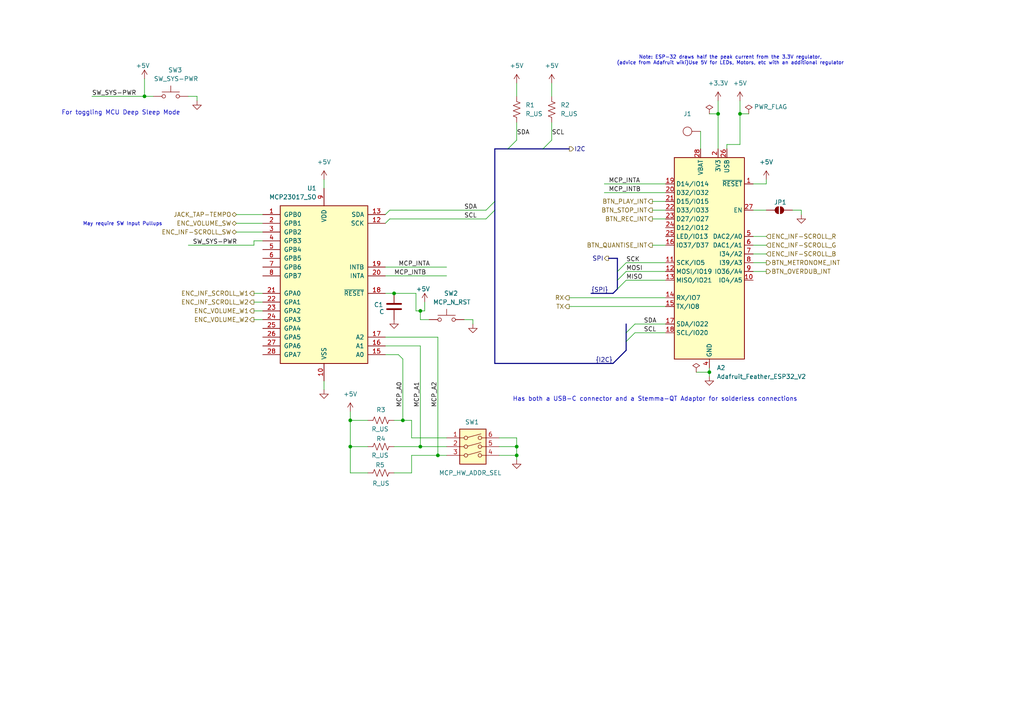
<source format=kicad_sch>
(kicad_sch (version 20250114) (generator "eeschema") (generator_version "9.0")
  (paper "A4")
  (lib_symbols
    (symbol "4ms_Connector:CAPSENSE_PAD" (pin_numbers (hide yes)) (pin_names (hide yes))
      (property "Reference" "J" (at -1.27 2.54 0))
      (symbol "CAPSENSE_PAD_0_1"
        (circle (center 0 0) (radius 1.27))
      )
      (symbol "CAPSENSE_PAD_1_1"
        (pin passive line (at -3.81 0 0) (length 2.54) (name "CS") (number "1"))
      )
    )
    (symbol "4ms_Power-symbol:+3.3V" (power) (pin_names (offset 0))
      (property "Value" "+3.3V" (at 0 3.556 0))
      (symbol "+3.3V_0_1"
        (polyline (pts (xy -0.762 1.27) (xy 0 2.54)))
        (polyline (pts (xy 0 2.54) (xy 0.762 1.27)))
        (polyline (pts (xy 0 0) (xy 0 2.54)))
      )
      (symbol "+3.3V_1_1"
        (pin power_in line (at 0 0 90) (length 0) (hide yes) (name "+3V3") (number "1"))
      )
    )
    (symbol "4ms_Power-symbol:+5V" (power) (pin_names (offset 0))
      (property "Value" "+5V" (at 0 3.556 0))
      (symbol "+5V_0_1"
        (polyline (pts (xy -0.762 1.27) (xy 0 2.54)))
        (polyline (pts (xy 0 2.54) (xy 0.762 1.27)))
        (polyline (pts (xy 0 0) (xy 0 2.54)))
      )
      (symbol "+5V_1_1"
        (pin power_in line (at 0 0 90) (length 0) (hide yes) (name "+5V") (number "1"))
      )
    )
    (symbol "4ms_Power-symbol:GND" (power) (pin_names (offset 0))
      (property "Value" "GND" (at 0 -3.81 0))
      (symbol "GND_0_1"
        (polyline (pts (xy 0 0) (xy 0 -1.27) (xy 1.27 -1.27) (xy 0 -2.54) (xy -1.27 -1.27) (xy 0 -1.27)))
      )
      (symbol "GND_1_1"
        (pin power_in line (at 0 0 270) (length 0) (hide yes) (name "GND") (number "1"))
      )
    )
    (symbol "4ms_Switch:SW_DIP_x03_CTS_219-3MST" (pin_names (offset 0) (hide yes))
      (property "Reference" "SW" (at 0 8.89 0))
      (property "Value" "SW_DIP_x03_CTS_219-3MST" (at 0 -3.81 0))
      (symbol "SW_DIP_x03_CTS_219-3MST_0_0"
        (circle (center -2.032 5.08) (radius 0.508))
        (circle (center -2.032 2.54) (radius 0.508))
        (circle (center -2.032 0) (radius 0.508))
        (polyline (pts (xy -1.524 5.207) (xy 2.3622 6.2484)))
        (polyline (pts (xy -1.524 2.667) (xy 2.3622 3.7084)))
        (polyline (pts (xy -1.524 0.127) (xy 2.3622 1.1684)))
        (circle (center 2.032 5.08) (radius 0.508))
        (circle (center 2.032 2.54) (radius 0.508))
        (circle (center 2.032 0) (radius 0.508))
      )
      (symbol "SW_DIP_x03_CTS_219-3MST_0_1"
        (rectangle (start -3.81 7.62) (end 3.81 -2.54) (stroke (width 0.254)) (fill (type background)))
      )
      (symbol "SW_DIP_x03_CTS_219-3MST_1_1"
        (pin passive line (at -7.62 5.08 0) (length 5.08) (name "~") (number "1"))
        (pin passive line (at -7.62 2.54 0) (length 5.08) (name "~") (number "2"))
        (pin passive line (at -7.62 0 0) (length 5.08) (name "~") (number "3"))
        (pin passive line (at 7.62 5.08 180) (length 5.08) (name "~") (number "6"))
        (pin passive line (at 7.62 2.54 180) (length 5.08) (name "~") (number "5"))
        (pin passive line (at 7.62 0 180) (length 5.08) (name "~") (number "4"))
      )
    )
    (symbol "Adafruit_Feather_ESP32_V2:Adafruit_Feather_ESP32_V2"
      (property "Reference" "A" (at -10.16 29.21 0))
      (property "Value" "Adafruit_Feather_ESP32_V2" (at 2.54 -31.75 0))
      (symbol "Adafruit_Feather_ESP32_V2_0_1"
        (rectangle (start -10.16 27.94) (end 10.16 -30.48) (stroke (width 0.254)) (fill (type background)))
      )
      (symbol "Adafruit_Feather_ESP32_V2_1_1"
        (pin bidirectional line (at -12.7 20.32 0) (length 2.54) (name "D14/IO14") (number "19"))
        (pin bidirectional line (at -12.7 17.78 0) (length 2.54) (name "D32/IO32") (number "20"))
        (pin bidirectional line (at -12.7 15.24 0) (length 2.54) (name "D15/IO15") (number "21"))
        (pin bidirectional line (at -12.7 12.7 0) (length 2.54) (name "D33/IO33") (number "22"))
        (pin bidirectional line (at -12.7 10.16 0) (length 2.54) (name "D27/IO27") (number "23"))
        (pin bidirectional line (at -12.7 7.62 0) (length 2.54) (name "D12/IO12") (number "24"))
        (pin bidirectional line (at -12.7 5.08 0) (length 2.54) (name "LED/IO13") (number "25"))
        (pin bidirectional line (at -12.7 2.54 0) (length 2.54) (name "IO37/D37") (number "16"))
        (pin bidirectional line (at -12.7 -2.54 0) (length 2.54) (name "SCK/IO5") (number "11"))
        (pin bidirectional line (at -12.7 -5.08 0) (length 2.54) (name "MOSI/IO19") (number "12"))
        (pin bidirectional line (at -12.7 -7.62 0) (length 2.54) (name "MISO/IO21") (number "13"))
        (pin bidirectional line (at -12.7 -12.7 0) (length 2.54) (name "RX/IO7") (number "14"))
        (pin bidirectional line (at -12.7 -15.24 0) (length 2.54) (name "TX/IO8") (number "15"))
        (pin bidirectional line (at -12.7 -20.32 0) (length 2.54) (name "SDA/IO22") (number "17"))
        (pin bidirectional line (at -12.7 -22.86 0) (length 2.54) (name "SCL/IO20") (number "18"))
        (pin power_in line (at -2.54 30.48 270) (length 2.54) (name "VBAT") (number "28"))
        (pin power_in line (at 0 -33.02 90) (length 2.54) (name "GND") (number "4"))
        (pin power_in line (at 2.54 30.48 270) (length 2.54) (name "3V3") (number "2"))
        (pin power_in line (at 5.08 30.48 270) (length 2.54) (name "USB") (number "26"))
        (pin no_connect line (at 10.16 10.16 180) (length 2.54) (hide yes) (name "NC") (number "3"))
        (pin input line (at 12.7 20.32 180) (length 2.54) (name "~{RESET}") (number "1"))
        (pin input line (at 12.7 12.7 180) (length 2.54) (name "EN") (number "27"))
        (pin bidirectional line (at 12.7 5.08 180) (length 2.54) (name "DAC2/A0") (number "5"))
        (pin bidirectional line (at 12.7 2.54 180) (length 2.54) (name "DAC1/A1") (number "6"))
        (pin bidirectional line (at 12.7 0 180) (length 2.54) (name "I34/A2") (number "7"))
        (pin bidirectional line (at 12.7 -2.54 180) (length 2.54) (name "I39/A3") (number "8"))
        (pin bidirectional line (at 12.7 -5.08 180) (length 2.54) (name "IO36/A4") (number "9"))
        (pin bidirectional line (at 12.7 -7.62 180) (length 2.54) (name "IO4/A5") (number "10"))
      )
    )
    (symbol "Device:C" (pin_numbers (hide yes)) (pin_names (offset 0.254))
      (property "Reference" "C" (at 0.635 2.54 0))
      (property "Value" "C" (at 0.635 -2.54 0))
      (symbol "C_0_1"
        (polyline (pts (xy -2.032 0.762) (xy 2.032 0.762)) (stroke (width 0.508)))
        (polyline (pts (xy -2.032 -0.762) (xy 2.032 -0.762)) (stroke (width 0.508)))
      )
      (symbol "C_1_1"
        (pin passive line (at 0 3.81 270) (length 2.794) (name "~") (number "1"))
        (pin passive line (at 0 -3.81 90) (length 2.794) (name "~") (number "2"))
      )
    )
    (symbol "Device:R_US" (pin_numbers (hide yes)) (pin_names (offset 0))
      (property "Reference" "R" (at 2.54 0 90))
      (property "Value" "R_US" (at -2.54 0 90))
      (symbol "R_US_0_1"
        (polyline (pts (xy 0 2.286) (xy 0 2.54)))
        (polyline (pts (xy 0 2.286) (xy 1.016 1.905) (xy 0 1.524) (xy -1.016 1.143) (xy 0 0.762)))
        (polyline (pts (xy 0 0.762) (xy 1.016 0.381) (xy 0 0) (xy -1.016 -0.381) (xy 0 -0.762)))
        (polyline (pts (xy 0 -0.762) (xy 1.016 -1.143) (xy 0 -1.524) (xy -1.016 -1.905) (xy 0 -2.286)))
        (polyline (pts (xy 0 -2.286) (xy 0 -2.54)))
      )
      (symbol "R_US_1_1"
        (pin passive line (at 0 3.81 270) (length 1.27) (name "~") (number "1"))
        (pin passive line (at 0 -3.81 90) (length 1.27) (name "~") (number "2"))
      )
    )
    (symbol "Interface_Expansion:MCP23017_SO" (pin_names (offset 1.016))
      (property "Reference" "U" (at -11.43 24.13 0))
      (property "Value" "MCP23017_SO" (at 0 0 0))
      (symbol "MCP23017_SO_0_1"
        (rectangle (start -12.7 22.86) (end 12.7 -22.86) (stroke (width 0.254)) (fill (type background)))
      )
      (symbol "MCP23017_SO_1_1"
        (pin bidirectional line (at -17.78 20.32 0) (length 5.08) (name "SDA") (number "13"))
        (pin input line (at -17.78 17.78 0) (length 5.08) (name "SCK") (number "12"))
        (pin tri_state line (at -17.78 5.08 0) (length 5.08) (name "INTB") (number "19"))
        (pin tri_state line (at -17.78 2.54 0) (length 5.08) (name "INTA") (number "20"))
        (pin input line (at -17.78 -2.54 0) (length 5.08) (name "~{RESET}") (number "18"))
        (pin input line (at -17.78 -15.24 0) (length 5.08) (name "A2") (number "17"))
        (pin input line (at -17.78 -17.78 0) (length 5.08) (name "A1") (number "16"))
        (pin input line (at -17.78 -20.32 0) (length 5.08) (name "A0") (number "15"))
        (pin no_connect line (at -12.7 15.24 0) (length 5.08) (hide yes) (name "NC") (number "11"))
        (pin no_connect line (at -12.7 12.7 0) (length 5.08) (hide yes) (name "NC") (number "14"))
        (pin power_in line (at 0 27.94 270) (length 5.08) (name "VDD") (number "9"))
        (pin power_in line (at 0 -27.94 90) (length 5.08) (name "VSS") (number "10"))
        (pin bidirectional line (at 17.78 20.32 180) (length 5.08) (name "GPB0") (number "1"))
        (pin bidirectional line (at 17.78 17.78 180) (length 5.08) (name "GPB1") (number "2"))
        (pin bidirectional line (at 17.78 15.24 180) (length 5.08) (name "GPB2") (number "3"))
        (pin bidirectional line (at 17.78 12.7 180) (length 5.08) (name "GPB3") (number "4"))
        (pin bidirectional line (at 17.78 10.16 180) (length 5.08) (name "GPB4") (number "5"))
        (pin bidirectional line (at 17.78 7.62 180) (length 5.08) (name "GPB5") (number "6"))
        (pin bidirectional line (at 17.78 5.08 180) (length 5.08) (name "GPB6") (number "7"))
        (pin output line (at 17.78 2.54 180) (length 5.08) (name "GPB7") (number "8"))
        (pin bidirectional line (at 17.78 -2.54 180) (length 5.08) (name "GPA0") (number "21"))
        (pin bidirectional line (at 17.78 -5.08 180) (length 5.08) (name "GPA1") (number "22"))
        (pin bidirectional line (at 17.78 -7.62 180) (length 5.08) (name "GPA2") (number "23"))
        (pin bidirectional line (at 17.78 -10.16 180) (length 5.08) (name "GPA3") (number "24"))
        (pin bidirectional line (at 17.78 -12.7 180) (length 5.08) (name "GPA4") (number "25"))
        (pin bidirectional line (at 17.78 -15.24 180) (length 5.08) (name "GPA5") (number "26"))
        (pin bidirectional line (at 17.78 -17.78 180) (length 5.08) (name "GPA6") (number "27"))
        (pin output line (at 17.78 -20.32 180) (length 5.08) (name "GPA7") (number "28"))
      )
    )
    (symbol "Jumper:SolderJumper_2_Open" (pin_numbers (hide yes)) (pin_names (offset 0) (hide yes)) (exclude_from_sim yes) (in_bom no)
      (property "Reference" "JP" (at 0 2.032 0))
      (property "Value" "SolderJumper_2_Open" (at 0 -2.54 0))
      (symbol "SolderJumper_2_Open_0_1"
        (polyline (pts (xy -0.254 1.016) (xy -0.254 -1.016)))
        (arc (start -0.254 -1.016) (mid -1.2656 0) (end -0.254 1.016))
        (arc (start -0.254 -1.016) (mid -1.2656 0) (end -0.254 1.016) (fill (type outline)))
        (arc (start 0.254 1.016) (mid 1.2656 0) (end 0.254 -1.016))
        (arc (start 0.254 1.016) (mid 1.2656 0) (end 0.254 -1.016) (fill (type outline)))
        (polyline (pts (xy 0.254 1.016) (xy 0.254 -1.016)))
      )
      (symbol "SolderJumper_2_Open_1_1"
        (pin passive line (at -3.81 0 0) (length 2.54) (name "A") (number "1"))
        (pin passive line (at 3.81 0 180) (length 2.54) (name "B") (number "2"))
      )
    )
    (symbol "Switch:SW_Push" (pin_numbers (hide yes)) (pin_names (offset 1.016) (hide yes))
      (property "Reference" "SW" (at 1.27 2.54 0))
      (property "Value" "SW_Push" (at 0 -1.524 0))
      (symbol "SW_Push_0_1"
        (circle (center -2.032 0) (radius 0.508))
        (polyline (pts (xy 0 1.27) (xy 0 3.048)))
        (circle (center 2.032 0) (radius 0.508))
        (polyline (pts (xy 2.54 1.27) (xy -2.54 1.27)))
        (pin passive line (at -5.08 0 0) (length 2.54) (name "1") (number "1"))
        (pin passive line (at 5.08 0 180) (length 2.54) (name "2") (number "2"))
      )
    )
    (symbol "power:PWR_FLAG" (power) (pin_numbers (hide yes)) (pin_names (offset 0) (hide yes))
      (property "Value" "PWR_FLAG" (at 0 3.81 0))
      (symbol "PWR_FLAG_0_0"
        (pin power_out line (at 0 0 90) (length 0) (name "~") (number "1"))
      )
      (symbol "PWR_FLAG_0_1"
        (polyline (pts (xy 0 0) (xy 0 1.27) (xy -1.016 1.905) (xy 0 2.54) (xy 1.016 1.905) (xy 0 1.27)))
      )
    )
  )
  (bus_alias "I2C" (members "SDA" "SCL"))
  (bus_alias "SPI" (members "SCK" "MOSI" "MISO"))
  (text "For toggling MCU Deep Sleep Mode" (at 35.052 32.766 0) (effects (font (size 1.27 1.27))))
  (text "Has both a USB-C connector and a Stemma-QT Adaptor for solderless connections\n" (at 189.992 115.824 0) (effects (font (size 1.27 1.27))))
  (text "Note: ESP-32 draws half the peak current from the 3.3V regulator,\n(advice from Adafruit wiki)Use 5V for LEDs, Motors, etc with an additional regulator" (at 211.836 17.526 0) (effects (font (size 1.016 1.016))))
  (text "May require SW Input Pullups" (at 35.56 65.024 0) (effects (font (size 1.016 1.016))))
  (junction (at 41.91 27.94))
  (junction (at 121.92 90.17))
  (junction (at 127 132.08))
  (junction (at 116.84 121.92))
  (junction (at 101.6 121.92))
  (junction (at 114.3 85.09))
  (junction (at 205.74 107.95))
  (junction (at 208.28 33.02))
  (junction (at 149.86 129.54))
  (junction (at 214.63 33.02))
  (junction (at 121.92 129.54))
  (junction (at 149.86 132.08))
  (junction (at 101.6 129.54))
  (bus_entry (at 179.07 83.82) (size 2.54 -2.54))
  (bus_entry (at 179.07 78.74) (size 2.54 -2.54))
  (bus_entry (at 181.61 99.06) (size 2.54 -2.54))
  (bus_entry (at 143.51 58.42) (size -2.54 2.54))
  (bus_entry (at 157.48 43.18) (size 2.54 -2.54))
  (bus_entry (at 181.61 96.52) (size 2.54 -2.54))
  (bus_entry (at 179.07 81.28) (size 2.54 -2.54))
  (bus_entry (at 143.51 60.96) (size -2.54 2.54))
  (bus_entry (at 147.32 43.18) (size 2.54 -2.54))
  (wire (pts (xy 120.65 90.17) (xy 121.92 90.17)))
  (wire (pts (xy 134.62 92.71) (xy 137.16 92.71)))
  (wire (pts (xy 119.38 121.92) (xy 119.38 127)))
  (wire (pts (xy 181.61 76.2) (xy 193.04 76.2)))
  (wire (pts (xy 184.15 93.98) (xy 193.04 93.98)))
  (wire (pts (xy 26.67 27.94) (xy 41.91 27.94)))
  (wire (pts (xy 93.98 52.07) (xy 93.98 54.61)))
  (wire (pts (xy 54.61 27.94) (xy 57.15 27.94)))
  (bus (pts (xy 143.51 105.41) (xy 177.8 105.41)))
  (wire (pts (xy 149.86 24.13) (xy 149.86 27.94)))
  (bus (pts (xy 157.48 43.18) (xy 147.32 43.18)))
  (wire (pts (xy 214.63 33.02) (xy 217.17 33.02)))
  (wire (pts (xy 113.03 63.5) (xy 111.76 64.77)))
  (wire (pts (xy 114.3 85.09) (xy 111.76 85.09)))
  (wire (pts (xy 73.66 87.63) (xy 76.2 87.63)))
  (wire (pts (xy 101.6 121.92) (xy 101.6 129.54)))
  (wire (pts (xy 111.76 102.87) (xy 115.57 102.87)))
  (wire (pts (xy 189.23 58.42) (xy 193.04 58.42)))
  (bus (pts (xy 143.51 60.96) (xy 143.51 105.41)))
  (bus (pts (xy 181.61 96.52) (xy 181.61 99.06)))
  (bus (pts (xy 147.32 43.18) (xy 143.51 43.18)))
  (wire (pts (xy 121.92 100.33) (xy 121.92 129.54)))
  (wire (pts (xy 73.66 90.17) (xy 76.2 90.17)))
  (bus (pts (xy 143.51 43.18) (xy 143.51 58.42)))
  (wire (pts (xy 229.87 60.96) (xy 232.41 60.96)))
  (wire (pts (xy 144.78 127) (xy 149.86 127)))
  (wire (pts (xy 123.19 90.17) (xy 123.19 87.63)))
  (wire (pts (xy 218.44 78.74) (xy 222.25 78.74)))
  (wire (pts (xy 120.65 85.09) (xy 114.3 85.09)))
  (bus (pts (xy 143.51 58.42) (xy 143.51 60.96)))
  (wire (pts (xy 160.02 35.56) (xy 160.02 40.64)))
  (wire (pts (xy 205.74 107.95) (xy 205.74 109.22)))
  (wire (pts (xy 218.44 76.2) (xy 222.25 76.2)))
  (wire (pts (xy 144.78 129.54) (xy 149.86 129.54)))
  (wire (pts (xy 114.3 137.16) (xy 119.38 137.16)))
  (bus (pts (xy 177.8 85.09) (xy 171.45 85.09)))
  (wire (pts (xy 184.15 96.52) (xy 193.04 96.52)))
  (wire (pts (xy 54.61 71.12) (xy 73.66 71.12)))
  (wire (pts (xy 73.66 71.12) (xy 73.66 69.85)))
  (wire (pts (xy 189.23 63.5) (xy 193.04 63.5)))
  (wire (pts (xy 218.44 71.12) (xy 222.25 71.12)))
  (wire (pts (xy 218.44 68.58) (xy 222.25 68.58)))
  (wire (pts (xy 232.41 60.96) (xy 232.41 62.23)))
  (wire (pts (xy 121.92 92.71) (xy 124.46 92.71)))
  (wire (pts (xy 68.58 62.23) (xy 76.2 62.23)))
  (wire (pts (xy 68.58 67.31) (xy 76.2 67.31)))
  (wire (pts (xy 93.98 110.49) (xy 93.98 113.03)))
  (wire (pts (xy 121.92 90.17) (xy 123.19 90.17)))
  (wire (pts (xy 111.76 97.79) (xy 127 97.79)))
  (wire (pts (xy 101.6 137.16) (xy 106.68 137.16)))
  (wire (pts (xy 160.02 24.13) (xy 160.02 27.94)))
  (bus (pts (xy 179.07 74.93) (xy 179.07 78.74)))
  (wire (pts (xy 181.61 78.74) (xy 193.04 78.74)))
  (wire (pts (xy 116.84 121.92) (xy 119.38 121.92)))
  (wire (pts (xy 73.66 85.09) (xy 76.2 85.09)))
  (wire (pts (xy 119.38 132.08) (xy 127 132.08)))
  (wire (pts (xy 140.97 63.5) (xy 113.03 63.5)))
  (wire (pts (xy 113.03 60.96) (xy 111.76 62.23)))
  (bus (pts (xy 177.8 105.41) (xy 181.61 101.6)))
  (wire (pts (xy 175.26 55.88) (xy 193.04 55.88)))
  (wire (pts (xy 111.76 77.47) (xy 129.54 77.47)))
  (wire (pts (xy 121.92 129.54) (xy 129.54 129.54)))
  (wire (pts (xy 214.63 33.02) (xy 214.63 41.91)))
  (wire (pts (xy 181.61 81.28) (xy 193.04 81.28)))
  (wire (pts (xy 189.23 60.96) (xy 193.04 60.96)))
  (wire (pts (xy 127 97.79) (xy 127 132.08)))
  (wire (pts (xy 201.93 107.95) (xy 205.74 107.95)))
  (wire (pts (xy 210.82 41.91) (xy 210.82 43.18)))
  (wire (pts (xy 165.1 86.36) (xy 193.04 86.36)))
  (wire (pts (xy 101.6 129.54) (xy 106.68 129.54)))
  (wire (pts (xy 101.6 119.38) (xy 101.6 121.92)))
  (bus (pts (xy 179.07 81.28) (xy 179.07 83.82)))
  (wire (pts (xy 115.57 102.87) (xy 116.84 104.14)))
  (wire (pts (xy 119.38 127) (xy 129.54 127)))
  (wire (pts (xy 218.44 73.66) (xy 222.25 73.66)))
  (wire (pts (xy 121.92 90.17) (xy 121.92 92.71)))
  (bus (pts (xy 181.61 99.06) (xy 181.61 101.6)))
  (wire (pts (xy 68.58 64.77) (xy 76.2 64.77)))
  (wire (pts (xy 149.86 35.56) (xy 149.86 40.64)))
  (wire (pts (xy 144.78 132.08) (xy 149.86 132.08)))
  (wire (pts (xy 205.74 33.02) (xy 208.28 33.02)))
  (wire (pts (xy 208.28 33.02) (xy 208.28 43.18)))
  (wire (pts (xy 149.86 127) (xy 149.86 129.54)))
  (bus (pts (xy 179.07 83.82) (xy 177.8 85.09)))
  (wire (pts (xy 222.25 52.07) (xy 222.25 53.34)))
  (wire (pts (xy 189.23 71.12) (xy 193.04 71.12)))
  (wire (pts (xy 73.66 69.85) (xy 76.2 69.85)))
  (wire (pts (xy 114.3 121.92) (xy 116.84 121.92)))
  (wire (pts (xy 208.28 29.21) (xy 208.28 33.02)))
  (wire (pts (xy 218.44 60.96) (xy 222.25 60.96)))
  (wire (pts (xy 116.84 104.14) (xy 116.84 121.92)))
  (wire (pts (xy 165.1 88.9) (xy 193.04 88.9)))
  (wire (pts (xy 120.65 90.17) (xy 120.65 85.09)))
  (wire (pts (xy 101.6 129.54) (xy 101.6 137.16)))
  (wire (pts (xy 137.16 92.71) (xy 137.16 93.98)))
  (wire (pts (xy 214.63 41.91) (xy 210.82 41.91)))
  (wire (pts (xy 41.91 27.94) (xy 44.45 27.94)))
  (bus (pts (xy 181.61 93.98) (xy 181.61 96.52)))
  (wire (pts (xy 73.66 92.71) (xy 76.2 92.71)))
  (wire (pts (xy 203.2 38.1) (xy 203.2 43.18)))
  (wire (pts (xy 114.3 129.54) (xy 121.92 129.54)))
  (wire (pts (xy 127 132.08) (xy 129.54 132.08)))
  (wire (pts (xy 214.63 29.21) (xy 214.63 33.02)))
  (bus (pts (xy 176.53 74.93) (xy 179.07 74.93)))
  (wire (pts (xy 175.26 53.34) (xy 193.04 53.34)))
  (wire (pts (xy 205.74 106.68) (xy 205.74 107.95)))
  (wire (pts (xy 140.97 60.96) (xy 113.03 60.96)))
  (wire (pts (xy 149.86 129.54) (xy 149.86 132.08)))
  (wire (pts (xy 57.15 27.94) (xy 57.15 29.21)))
  (wire (pts (xy 41.91 22.86) (xy 41.91 27.94)))
  (wire (pts (xy 149.86 132.08) (xy 149.86 133.35)))
  (bus (pts (xy 179.07 78.74) (xy 179.07 81.28)))
  (wire (pts (xy 218.44 53.34) (xy 222.25 53.34)))
  (wire (pts (xy 111.76 100.33) (xy 121.92 100.33)))
  (bus (pts (xy 165.1 43.18) (xy 157.48 43.18)))
  (wire (pts (xy 119.38 132.08) (xy 119.38 137.16)))
  (wire (pts (xy 111.76 80.01) (xy 129.54 80.01)))
  (wire (pts (xy 101.6 121.92) (xy 106.68 121.92)))
  (label "SCK" (at 181.61 76.2 0))
  (label "SW_SYS-PWR" (at 26.67 27.94 0))
  (label "SDA" (at 186.69 93.98 0))
  (label "{I2C}" (at 172.72 105.41 0))
  (label "SDA" (at 149.86 39.37 0))
  (label "SDA" (at 134.62 60.96 0))
  (label "SCL" (at 134.62 63.5 0))
  (label "MCP_A0" (at 116.84 118.11 90))
  (label "MCP_INTB" (at 114.3 80.01 0))
  (label "SCL" (at 186.69 96.52 0))
  (label "MCP_INTA" (at 176.53 53.34 0))
  (label "SW_SYS-PWR" (at 55.88 71.12 0))
  (label "MCP_A1" (at 121.92 118.11 90))
  (label "MISO" (at 181.61 81.28 0))
  (label "SCL" (at 160.02 39.37 0))
  (label "{SPI}" (at 171.45 85.09 0))
  (label "MOSI" (at 181.61 78.74 0))
  (label "MCP_INTB" (at 176.53 55.88 0))
  (label "MCP_A2" (at 127 118.11 90))
  (label "MCP_INTA" (at 115.57 77.47 0))
  (hierarchical_label "ENC_VOLUME_W2" (shape output) (at 73.66 92.71 180))
  (hierarchical_label "BTN_QUANTISE_INT" (shape output) (at 189.23 71.12 180))
  (hierarchical_label "ENC_INF-SCROLL_B" (shape input) (at 222.25 73.66 0))
  (hierarchical_label "ENC_INF_SCROLL_W1" (shape output) (at 73.66 85.09 180))
  (hierarchical_label "ENC_INF_SCROLL_W2" (shape output) (at 73.66 87.63 180))
  (hierarchical_label "SPI" (shape output) (at 176.53 74.93 180))
  (hierarchical_label "ENC_INF-SCROLL_G" (shape input) (at 222.25 71.12 0))
  (hierarchical_label "ENC_VOLUME_SW" (shape bidirectional) (at 68.58 64.77 180))
  (hierarchical_label "I2C" (shape output) (at 165.1 43.18 0))
  (hierarchical_label "BTN_PLAY_INT" (shape output) (at 189.23 58.42 180))
  (hierarchical_label "RX" (shape output) (at 165.1 86.36 180))
  (hierarchical_label "ENC_INF-SCROLL_R" (shape input) (at 222.25 68.58 0))
  (hierarchical_label "TX" (shape output) (at 165.1 88.9 180))
  (hierarchical_label "BTN_METRONOME_INT" (shape output) (at 222.25 76.2 0))
  (hierarchical_label "BTN_STOP_INT" (shape output) (at 189.23 60.96 180))
  (hierarchical_label "BTN_REC_INT" (shape output) (at 189.23 63.5 180))
  (hierarchical_label "ENC_INF-SCROLL_SW" (shape bidirectional) (at 68.58 67.31 180))
  (hierarchical_label "BTN_OVERDUB_INT" (shape output) (at 222.25 78.74 0))
  (hierarchical_label "JACK_TAP-TEMPO" (shape bidirectional) (at 68.58 62.23 180))
  (hierarchical_label "ENC_VOLUME_W1" (shape output) (at 73.66 90.17 180))
  (symbol (lib_id "4ms_Power-symbol:GND") (at 93.98 113.03 0) (unit 1)
    (property "Reference" "#PWR07" (effects (hide yes)))
    (property "Value" "GND" (effects (hide yes)))
  )
  (symbol (lib_id "4ms_Power-symbol:GND") (at 205.74 109.22 0) (unit 1)
    (property "Reference" "#PWR02" (effects (hide yes)))
    (property "Value" "GND" (effects (hide yes)))
  )
  (symbol (lib_id "Device:R_US") (at 160.02 31.75 0) (unit 1)
    (property "Reference" "R2" (at 162.56 30.4799 0) (effects (justify left)))
    (property "Value" "R_US" (at 162.56 33.0199 0) (effects (justify left)))
    (property "Description" "Resistor, US symbol" (effects (hide yes)))
  )
  (symbol (lib_id "4ms_Power-symbol:+5V") (at 101.6 119.38 0) (unit 1)
    (property "Reference" "#PWR011" (effects (hide yes)))
    (property "Value" "+5V" (at 101.6 114.3 0))
  )
  (symbol (lib_id "Device:C") (at 114.3 88.9 0) (unit 1)
    (property "Reference" "C1" (at 108.458 88.392 0) (effects (justify left)))
    (property "Value" "C" (at 109.982 90.424 0) (effects (justify left)))
    (property "Description" "Unpolarized capacitor" (effects (hide yes)))
  )
  (symbol (lib_id "4ms_Power-symbol:GND") (at 137.16 93.98 0) (unit 1)
    (property "Reference" "#PWR021" (effects (hide yes)))
    (property "Value" "GND" (effects (hide yes)))
  )
  (symbol (lib_id "Jumper:SolderJumper_2_Open") (at 226.06 60.96 0) (unit 1) (in_bom no)
    (property "Reference" "JP1" (at 226.314 58.674 0))
    (property "Value" "SolderJumper_2_Open" (effects (hide yes)))
    (property "Footprint" "Jumper:SolderJumper-2_P1.3mm_Open_Pad1.0x1.5mm" (effects (hide yes)))
    (property "Description" "Solder Jumper, 2-pole, open" (effects (hide yes)))
  )
  (symbol (lib_id "Switch:SW_Push") (at 129.54 92.71 0) (unit 1)
    (property "Reference" "SW2" (at 130.81 85.09 0))
    (property "Value" "MCP_N_RST" (at 131.064 87.63 0))
    (property "Description" "Push button switch, generic, two pins" (effects (hide yes)))
  )
  (symbol (lib_id "Device:R_US") (at 110.49 121.92 90) (unit 1)
    (property "Reference" "R3" (at 110.49 118.872 90))
    (property "Value" "R_US" (at 110.236 124.46 90))
    (property "Description" "Resistor, US symbol" (effects (hide yes)))
  )
  (symbol (lib_id "4ms_Power-symbol:+5V") (at 123.19 87.63 0) (unit 1)
    (property "Reference" "#PWR08" (effects (hide yes)))
    (property "Value" "+5V" (at 122.682 83.82 0))
  )
  (symbol (lib_id "Adafruit_Feather_ESP32_V2:Adafruit_Feather_ESP32_V2") (at 205.74 73.66 0) (unit 1) (in_bom no)
    (property "Reference" "A2" (at 207.8833 106.68 0) (effects (justify left)))
    (property "Value" "Adafruit_Feather_ESP32_V2" (at 207.8833 109.22 0) (effects (justify left)))
    (property "Footprint" "Adafruit_Feather_ESP32_V2:Adafruit_Feather_ESP32_V2_WithMountingHoles" (effects (hide yes)))
    (property "Datasheet" "https://cdn-learn.adafruit.com/downloads/pdf/adafruit-esp32-feather-v2.pdf" (effects (hide yes)))
    (property "Description" "Microcontroller module with ESP32 MCU" (effects (hide yes)))
  )
  (symbol (lib_id "4ms_Power-symbol:+5V") (at 222.25 52.07 0) (unit 1)
    (property "Reference" "#PWR04" (effects (hide yes)))
    (property "Value" "+5V" (at 222.25 46.99 0))
  )
  (symbol (lib_id "Device:R_US") (at 110.49 129.54 90) (unit 1)
    (property "Reference" "R4" (at 110.49 127.254 90))
    (property "Value" "R_US" (at 110.236 132.08 90))
    (property "Description" "Resistor, US symbol" (effects (hide yes)))
  )
  (symbol (lib_id "4ms_Power-symbol:+3.3V") (at 208.28 29.21 0) (unit 1)
    (property "Reference" "#PWR01" (effects (hide yes)))
    (property "Value" "+3.3V" (at 208.28 24.13 0))
  )
  (symbol (lib_id "4ms_Power-symbol:+5V") (at 160.02 24.13 0) (unit 1)
    (property "Reference" "#PWR010" (effects (hide yes)))
    (property "Value" "+5V" (at 160.02 19.05 0))
  )
  (symbol (lib_id "4ms_Power-symbol:+5V") (at 93.98 52.07 0) (unit 1)
    (property "Reference" "#PWR06" (effects (hide yes)))
    (property "Value" "+5V" (at 93.98 46.99 0))
  )
  (symbol (lib_id "power:PWR_FLAG") (at 205.74 33.02 0) (unit 1)
    (property "Reference" "#FLG01" (effects (hide yes)))
    (property "Value" "PWR_FLAG" (effects (hide yes)))
    (property "Description" "Special symbol for telling ERC where power comes from" (effects (hide yes)))
  )
  (symbol (lib_id "power:PWR_FLAG") (at 217.17 33.02 0) (unit 1) (in_bom no)
    (property "Reference" "#FLG02" (effects (hide yes)))
    (property "Value" "PWR_FLAG" (at 223.52 30.988 0))
    (property "Description" "Special symbol for telling ERC where power comes from" (effects (hide yes)))
  )
  (symbol (lib_id "4ms_Switch:SW_DIP_x03_CTS_219-3MST") (at 137.16 132.08 0) (unit 1)
    (property "Reference" "SW1" (at 136.906 122.428 0))
    (property "Value" "MCP_HW_ADDR_SEL" (at 136.398 137.16 0))
    (property "Footprint" "4ms_Switch:SW_DIP_SPSTx03_CTS_219-3MSTR" (effects (hide yes)))
    (property "Datasheet" "https://www.mouser.com/datasheet/2/96/219-1144706.pdf" (effects (hide yes)))
    (property "Description" "3x DIP Switch, Single Pole Single Throw (SPST) switch, small symbol" (effects (hide yes)))
    (property "Specifications" "DIP Switch SPST x 3, Gull wing P2.54mm, 6.7x9.1mm Body, 8.6mm Rows" (effects (hide yes)))
    (property "Manufacturer" "CTS" (effects (hide yes)))
    (property "Part Number" "219-3MST" (effects (hide yes)))
    (property "Production Stage" "A" (effects (hide yes)))
  )
  (symbol (lib_id "4ms_Power-symbol:+5V") (at 41.91 22.86 0) (unit 1)
    (property "Reference" "#PWR045" (effects (hide yes)))
    (property "Value" "+5V" (at 41.402 19.05 0))
  )
  (symbol (lib_id "Device:R_US") (at 149.86 31.75 0) (unit 1)
    (property "Reference" "R1" (at 152.4 30.4799 0) (effects (justify left)))
    (property "Value" "R_US" (at 152.4 33.0199 0) (effects (justify left)))
    (property "Description" "Resistor, US symbol" (effects (hide yes)))
  )
  (symbol (lib_id "4ms_Power-symbol:GND") (at 57.15 29.21 0) (unit 1)
    (property "Reference" "#PWR046" (effects (hide yes)))
    (property "Value" "GND" (effects (hide yes)))
  )
  (symbol (lib_id "Interface_Expansion:MCP23017_SO") (at 93.98 82.55 0) (mirror y) (unit 1)
    (property "Reference" "U1" (at 91.8367 54.61 0) (effects (justify left)))
    (property "Value" "MCP23017_SO" (at 91.8367 57.15 0) (effects (justify left)))
    (property "Footprint" "Package_SO:SOIC-28W_7.5x17.9mm_P1.27mm" (effects (hide yes)))
    (property "Datasheet" "https://ww1.microchip.com/downloads/aemDocuments/documents/APID/ProductDocuments/DataSheets/MCP23017-Data-Sheet-DS20001952.pdf" (effects (hide yes)))
    (property "Description" "16-bit I/O expander, I2C, interrupts, w pull-ups, GPA/B7 output only (https://microchip.my.site.com/s/article/GPA7---GPB7-Cannot-Be-Used-as-Inputs-In-MCP23017),  SOIC-28" (effects (hide yes)))
  )
  (symbol (lib_id "4ms_Power-symbol:GND") (at 232.41 62.23 0) (unit 1)
    (property "Reference" "#PWR05" (effects (hide yes)))
    (property "Value" "GND" (effects (hide yes)))
  )
  (symbol (lib_id "power:PWR_FLAG") (at 201.93 107.95 0) (unit 1)
    (property "Reference" "#FLG03" (effects (hide yes)))
    (property "Value" "PWR_FLAG" (effects (hide yes)))
    (property "Description" "Special symbol for telling ERC where power comes from" (effects (hide yes)))
  )
  (symbol (lib_id "4ms_Power-symbol:+5V") (at 214.63 29.21 0) (unit 1)
    (property "Reference" "#PWR03" (effects (hide yes)))
    (property "Value" "+5V" (at 214.63 24.13 0))
  )
  (symbol (lib_id "Switch:SW_Push") (at 49.53 27.94 0) (unit 1)
    (property "Reference" "SW3" (at 50.8 20.32 0))
    (property "Value" "SW_SYS-PWR" (at 51.054 22.86 0))
    (property "Description" "Push button switch, generic, two pins" (effects (hide yes)))
  )
  (symbol (lib_id "Device:R_US") (at 110.49 137.16 90) (unit 1)
    (property "Reference" "R5" (at 110.236 134.874 90))
    (property "Value" "R_US" (at 110.49 140.208 90))
    (property "Description" "Resistor, US symbol" (effects (hide yes)))
  )
  (symbol (lib_id "4ms_Power-symbol:GND") (at 114.3 92.71 0) (unit 1)
    (property "Reference" "#PWR022" (effects (hide yes)))
    (property "Value" "GND" (effects (hide yes)))
  )
  (symbol (lib_id "4ms_Power-symbol:GND") (at 149.86 133.35 0) (unit 1)
    (property "Reference" "#PWR012" (effects (hide yes)))
    (property "Value" "GND" (effects (hide yes)))
  )
  (symbol (lib_id "4ms_Power-symbol:+5V") (at 149.86 24.13 0) (unit 1)
    (property "Reference" "#PWR09" (effects (hide yes)))
    (property "Value" "+5V" (at 149.86 19.05 0))
  )
  (symbol (lib_id "4ms_Connector:CAPSENSE_PAD") (at 199.39 38.1 180) (unit 1)
    (property "Reference" "J1" (at 199.39 33.02 0))
    (property "Footprint" "4ms_Connector:CAPSENSE_PAD" (effects (hide yes)))
  )
)
</source>
